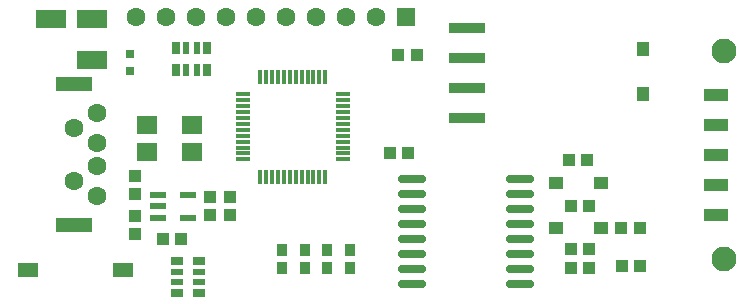
<source format=gts>
G04*
G04 #@! TF.GenerationSoftware,Altium Limited,Altium Designer,18.1.4 (159)*
G04*
G04 Layer_Color=8388736*
%FSLAX25Y25*%
%MOIN*%
G70*
G01*
G75*
%ADD47R,0.02762X0.02762*%
%ADD48R,0.04061X0.04258*%
%ADD49R,0.12211X0.03550*%
%ADD50R,0.08274X0.04337*%
%ADD51R,0.02565X0.04140*%
%ADD52R,0.02368X0.04140*%
%ADD53R,0.04337X0.05124*%
%ADD54R,0.05124X0.04337*%
%ADD55R,0.05124X0.01581*%
%ADD56R,0.04258X0.04061*%
%ADD57R,0.05400X0.02400*%
%ADD58R,0.04140X0.02565*%
%ADD59R,0.04140X0.02368*%
%ADD60R,0.06699X0.05124*%
%ADD61O,0.09455X0.02762*%
%ADD62R,0.06699X0.05912*%
%ADD63R,0.10243X0.05912*%
%ADD64R,0.01581X0.05124*%
%ADD65R,0.03600X0.04000*%
%ADD66R,0.06306X0.06306*%
%ADD67C,0.06306*%
%ADD68R,0.12211X0.05124*%
%ADD69C,0.08274*%
D47*
X30165Y72373D02*
D03*
Y77963D02*
D03*
D48*
X194304Y7151D02*
D03*
X200367D02*
D03*
X177169Y6500D02*
D03*
X183231D02*
D03*
X194069Y19900D02*
D03*
X200132D02*
D03*
X177169Y27200D02*
D03*
X183231D02*
D03*
X177169Y12800D02*
D03*
X183231D02*
D03*
X123031Y44977D02*
D03*
X116969D02*
D03*
X125760Y77700D02*
D03*
X119697D02*
D03*
X41266Y16252D02*
D03*
X47329D02*
D03*
X176669Y42500D02*
D03*
X182731D02*
D03*
D49*
X142650Y86522D02*
D03*
Y66522D02*
D03*
Y56522D02*
D03*
Y76522D02*
D03*
D50*
X225600Y54290D02*
D03*
Y44290D02*
D03*
Y64290D02*
D03*
Y24290D02*
D03*
Y34290D02*
D03*
D51*
X45425Y72700D02*
D03*
X56055D02*
D03*
X45425Y79984D02*
D03*
X56055D02*
D03*
D52*
X48968Y72700D02*
D03*
X52512D02*
D03*
X48968Y79984D02*
D03*
X52512D02*
D03*
D53*
X201200Y79600D02*
D03*
Y64600D02*
D03*
D54*
X187300Y20000D02*
D03*
X172300D02*
D03*
Y34800D02*
D03*
X187300D02*
D03*
D55*
X67789Y42815D02*
D03*
Y44783D02*
D03*
Y46752D02*
D03*
X101253Y50689D02*
D03*
Y54626D02*
D03*
Y48720D02*
D03*
Y46752D02*
D03*
Y44783D02*
D03*
Y52657D02*
D03*
Y58563D02*
D03*
X67789Y52657D02*
D03*
Y58563D02*
D03*
Y60531D02*
D03*
Y62500D02*
D03*
Y54626D02*
D03*
Y56594D02*
D03*
Y64468D02*
D03*
X101253Y60531D02*
D03*
Y64468D02*
D03*
Y62500D02*
D03*
X101253Y42815D02*
D03*
X101253Y56594D02*
D03*
X67789Y50689D02*
D03*
Y48720D02*
D03*
D56*
X56853Y24149D02*
D03*
Y30212D02*
D03*
X31850Y37324D02*
D03*
Y31261D02*
D03*
Y17765D02*
D03*
Y23828D02*
D03*
X63600Y24169D02*
D03*
Y30231D02*
D03*
D57*
X49691Y23399D02*
D03*
Y30899D02*
D03*
X39691Y27199D02*
D03*
Y23399D02*
D03*
Y30899D02*
D03*
D58*
X46000Y8918D02*
D03*
Y-1712D02*
D03*
X53284Y8918D02*
D03*
Y-1712D02*
D03*
D59*
X46000Y5375D02*
D03*
Y1832D02*
D03*
X53284Y5375D02*
D03*
Y1832D02*
D03*
D60*
X-3737Y5937D02*
D03*
X27759D02*
D03*
D61*
X160131Y1300D02*
D03*
Y6300D02*
D03*
Y11300D02*
D03*
Y16300D02*
D03*
Y21300D02*
D03*
Y26300D02*
D03*
Y31300D02*
D03*
Y36300D02*
D03*
X124304Y1300D02*
D03*
Y6300D02*
D03*
Y11300D02*
D03*
Y16300D02*
D03*
Y21300D02*
D03*
Y26300D02*
D03*
Y31300D02*
D03*
Y36300D02*
D03*
D62*
X50868Y54183D02*
D03*
X35907D02*
D03*
X50868Y45128D02*
D03*
X35907D02*
D03*
D63*
X17632Y89430D02*
D03*
X3852D02*
D03*
X17632Y76045D02*
D03*
D64*
X95348Y36909D02*
D03*
Y70374D02*
D03*
X93379Y36909D02*
D03*
X83537Y36909D02*
D03*
X81568D02*
D03*
X79600Y36909D02*
D03*
X75663D02*
D03*
X73694Y36909D02*
D03*
X93379Y70374D02*
D03*
X91411D02*
D03*
X83537Y70374D02*
D03*
X81568D02*
D03*
X89442Y70374D02*
D03*
X87474Y70374D02*
D03*
X85505D02*
D03*
X77631Y70374D02*
D03*
X79600D02*
D03*
X75663D02*
D03*
X85505Y36909D02*
D03*
X77631Y36909D02*
D03*
X73694Y70374D02*
D03*
X91411Y36909D02*
D03*
X87474Y36909D02*
D03*
X89442Y36909D02*
D03*
D65*
X103589Y6530D02*
D03*
Y12630D02*
D03*
X80889Y12636D02*
D03*
Y6536D02*
D03*
X88586Y12636D02*
D03*
Y6536D02*
D03*
X95989Y12630D02*
D03*
Y6530D02*
D03*
D66*
X122374Y90330D02*
D03*
D67*
X112374D02*
D03*
X92374D02*
D03*
X82374D02*
D03*
X72374D02*
D03*
X62374D02*
D03*
X52374D02*
D03*
X42374D02*
D03*
X32374D02*
D03*
X102374D02*
D03*
X11446Y35561D02*
D03*
Y53277D02*
D03*
X19320Y30639D02*
D03*
Y40482D02*
D03*
Y48356D02*
D03*
Y58198D02*
D03*
D68*
X11446Y20797D02*
D03*
Y68041D02*
D03*
D69*
X228346Y9685D02*
D03*
Y78898D02*
D03*
M02*

</source>
